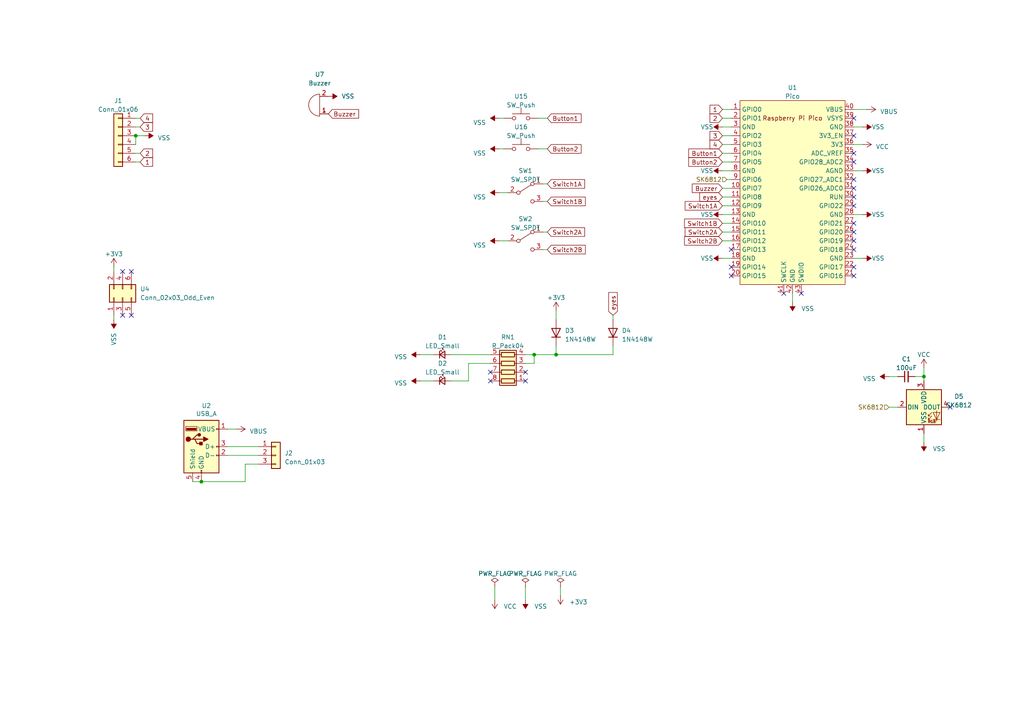
<source format=kicad_sch>
(kicad_sch (version 20220404) (generator eeschema)
  (paper "A4")
  (lib_symbols
    (symbol "Connector_Generic:Conn_01x03" (pin_names (offset 1.016) hide)
      (property "Reference" "J" (at 0 5.08 0))
      (property "Value" "Conn_01x03" (at 0 -5.08 0))
      (symbol "Conn_01x03_1_1"
        (rectangle (start -1.27 -2.413) (end 0 -2.667) (stroke (width 0.1524)))
        (rectangle (start -1.27 0.127) (end 0 -0.127) (stroke (width 0.1524)))
        (rectangle (start -1.27 2.667) (end 0 2.413) (stroke (width 0.1524)))
        (rectangle (start -1.27 3.81) (end 1.27 -3.81) (stroke (width 0.254)) (fill (type background)))
        (pin passive line (at -5.08 2.54 0) (length 3.81) (name "Pin_1") (number "1"))
        (pin passive line (at -5.08 0 0) (length 3.81) (name "Pin_2") (number "2"))
        (pin passive line (at -5.08 -2.54 0) (length 3.81) (name "Pin_3") (number "3"))
      )
    )
    (symbol "Connector_Generic:Conn_01x06" (pin_names (offset 1.016) hide)
      (property "Reference" "J" (at 0 7.62 0))
      (property "Value" "Conn_01x06" (at 0 -10.16 0))
      (symbol "Conn_01x06_1_1"
        (rectangle (start -1.27 -7.493) (end 0 -7.747) (stroke (width 0.1524)))
        (rectangle (start -1.27 -4.953) (end 0 -5.207) (stroke (width 0.1524)))
        (rectangle (start -1.27 -2.413) (end 0 -2.667) (stroke (width 0.1524)))
        (rectangle (start -1.27 0.127) (end 0 -0.127) (stroke (width 0.1524)))
        (rectangle (start -1.27 2.667) (end 0 2.413) (stroke (width 0.1524)))
        (rectangle (start -1.27 5.207) (end 0 4.953) (stroke (width 0.1524)))
        (rectangle (start -1.27 6.35) (end 1.27 -8.89) (stroke (width 0.254)) (fill (type background)))
        (pin passive line (at -5.08 5.08 0) (length 3.81) (name "Pin_1") (number "1"))
        (pin passive line (at -5.08 2.54 0) (length 3.81) (name "Pin_2") (number "2"))
        (pin passive line (at -5.08 0 0) (length 3.81) (name "Pin_3") (number "3"))
        (pin passive line (at -5.08 -2.54 0) (length 3.81) (name "Pin_4") (number "4"))
        (pin passive line (at -5.08 -5.08 0) (length 3.81) (name "Pin_5") (number "5"))
        (pin passive line (at -5.08 -7.62 0) (length 3.81) (name "Pin_6") (number "6"))
      )
    )
    (symbol "Connector_Generic:Conn_02x03_Odd_Even" (pin_names (offset 1.016) hide)
      (property "Reference" "J" (at 1.27 5.08 0))
      (property "Value" "Conn_02x03_Odd_Even" (at 1.27 -5.08 0))
      (symbol "Conn_02x03_Odd_Even_1_1"
        (rectangle (start -1.27 -2.413) (end 0 -2.667) (stroke (width 0.1524)))
        (rectangle (start -1.27 0.127) (end 0 -0.127) (stroke (width 0.1524)))
        (rectangle (start -1.27 2.667) (end 0 2.413) (stroke (width 0.1524)))
        (rectangle (start -1.27 3.81) (end 3.81 -3.81) (stroke (width 0.254)) (fill (type background)))
        (rectangle (start 3.81 -2.413) (end 2.54 -2.667) (stroke (width 0.1524)))
        (rectangle (start 3.81 0.127) (end 2.54 -0.127) (stroke (width 0.1524)))
        (rectangle (start 3.81 2.667) (end 2.54 2.413) (stroke (width 0.1524)))
        (pin passive line (at -5.08 2.54 0) (length 3.81) (name "Pin_1") (number "1"))
        (pin passive line (at 7.62 2.54 180) (length 3.81) (name "Pin_2") (number "2"))
        (pin passive line (at -5.08 0 0) (length 3.81) (name "Pin_3") (number "3"))
        (pin passive line (at 7.62 0 180) (length 3.81) (name "Pin_4") (number "4"))
        (pin passive line (at -5.08 -2.54 0) (length 3.81) (name "Pin_5") (number "5"))
        (pin passive line (at 7.62 -2.54 180) (length 3.81) (name "Pin_6") (number "6"))
      )
    )
    (symbol "Device:Buzzer" (pin_names (offset 0.0254) hide)
      (property "Reference" "BZ" (at 3.81 1.27 0))
      (property "Value" "Buzzer" (at 3.81 -1.27 0))
      (symbol "Buzzer_0_1"
        (arc (start 0 -3.175) (mid 3.175 0) (end 0 3.175))
        (polyline (pts (xy -1.651 1.905) (xy -1.143 1.905)))
        (polyline (pts (xy -1.397 2.159) (xy -1.397 1.651)))
        (polyline (pts (xy 0 3.175) (xy 0 -3.175)))
      )
      (symbol "Buzzer_1_1"
        (pin passive line (at -2.54 2.54 0) (length 2.54) (name "-") (number "1"))
        (pin passive line (at -2.54 -2.54 0) (length 2.54) (name "+") (number "2"))
      )
    )
    (symbol "Device:C_Small" (pin_numbers hide) (pin_names (offset 0.254) hide)
      (property "Reference" "C" (at 0.254 1.778 0))
      (property "Value" "C_Small" (at 0.254 -2.032 0))
      (symbol "C_Small_0_1"
        (polyline (pts (xy -1.524 -0.508) (xy 1.524 -0.508)) (stroke (width 0.3302)))
        (polyline (pts (xy -1.524 0.508) (xy 1.524 0.508)) (stroke (width 0.3048)))
      )
      (symbol "C_Small_1_1"
        (pin passive line (at 0 2.54 270) (length 2.032) (name "~") (number "1"))
        (pin passive line (at 0 -2.54 90) (length 2.032) (name "~") (number "2"))
      )
    )
    (symbol "Device:LED_Small" (pin_numbers hide) (pin_names (offset 0.254) hide)
      (property "Reference" "D" (at -1.27 3.175 0))
      (property "Value" "LED_Small" (at -4.445 -2.54 0))
      (symbol "LED_Small_0_1"
        (polyline (pts (xy -0.762 -1.016) (xy -0.762 1.016)) (stroke (width 0.254)))
        (polyline (pts (xy 1.016 0) (xy -0.762 0)))
        (polyline (pts (xy 0.762 -1.016) (xy -0.762 0) (xy 0.762 1.016) (xy 0.762 -1.016)) (stroke (width 0.254)))
        (polyline (pts (xy 0 0.762) (xy -0.508 1.27) (xy -0.254 1.27) (xy -0.508 1.27) (xy -0.508 1.016)))
        (polyline (pts (xy 0.508 1.27) (xy 0 1.778) (xy 0.254 1.778) (xy 0 1.778) (xy 0 1.524)))
      )
      (symbol "LED_Small_1_1"
        (pin passive line (at -2.54 0 0) (length 1.778) (name "K") (number "1"))
        (pin passive line (at 2.54 0 180) (length 1.778) (name "A") (number "2"))
      )
    )
    (symbol "Device:R_Pack04" (pin_names (offset 0) hide)
      (property "Reference" "RN" (at -7.62 0 90))
      (property "Value" "R_Pack04" (at 5.08 0 90))
      (symbol "R_Pack04_0_1"
        (rectangle (start -6.35 -2.413) (end 3.81 2.413) (stroke (width 0.254)) (fill (type background)))
        (rectangle (start -5.715 1.905) (end -4.445 -1.905) (stroke (width 0.254)))
        (rectangle (start -3.175 1.905) (end -1.905 -1.905) (stroke (width 0.254)))
        (rectangle (start -0.635 1.905) (end 0.635 -1.905) (stroke (width 0.254)))
        (polyline (pts (xy -5.08 -2.54) (xy -5.08 -1.905)))
        (polyline (pts (xy -5.08 1.905) (xy -5.08 2.54)))
        (polyline (pts (xy -2.54 -2.54) (xy -2.54 -1.905)))
        (polyline (pts (xy -2.54 1.905) (xy -2.54 2.54)))
        (polyline (pts (xy 0 -2.54) (xy 0 -1.905)))
        (polyline (pts (xy 0 1.905) (xy 0 2.54)))
        (polyline (pts (xy 2.54 -2.54) (xy 2.54 -1.905)))
        (polyline (pts (xy 2.54 1.905) (xy 2.54 2.54)))
        (rectangle (start 1.905 1.905) (end 3.175 -1.905) (stroke (width 0.254)))
      )
      (symbol "R_Pack04_1_1"
        (pin passive line (at -5.08 -5.08 90) (length 2.54) (name "R1.1") (number "1"))
        (pin passive line (at -2.54 -5.08 90) (length 2.54) (name "R2.1") (number "2"))
        (pin passive line (at 0 -5.08 90) (length 2.54) (name "R3.1") (number "3"))
        (pin passive line (at 2.54 -5.08 90) (length 2.54) (name "R4.1") (number "4"))
        (pin passive line (at 2.54 5.08 270) (length 2.54) (name "R4.2") (number "5"))
        (pin passive line (at 0 5.08 270) (length 2.54) (name "R3.2") (number "6"))
        (pin passive line (at -2.54 5.08 270) (length 2.54) (name "R2.2") (number "7"))
        (pin passive line (at -5.08 5.08 270) (length 2.54) (name "R1.2") (number "8"))
      )
    )
    (symbol "Diode:1N4148W" (pin_numbers hide) (pin_names (offset 1.016) hide)
      (property "Reference" "D" (at 0 2.54 0))
      (property "Value" "1N4148W" (at 0 -2.54 0))
      (symbol "1N4148W_0_1"
        (polyline (pts (xy -1.27 1.27) (xy -1.27 -1.27)) (stroke (width 0.254)))
        (polyline (pts (xy 1.27 0) (xy -1.27 0)))
        (polyline (pts (xy 1.27 1.27) (xy 1.27 -1.27) (xy -1.27 0) (xy 1.27 1.27)) (stroke (width 0.254)))
      )
      (symbol "1N4148W_1_1"
        (pin passive line (at -3.81 0 0) (length 2.54) (name "K") (number "1"))
        (pin passive line (at 3.81 0 180) (length 2.54) (name "A") (number "2"))
      )
    )
    (symbol "LED:SK6812" (pin_names (offset 0.254))
      (property "Reference" "D" (at 5.08 5.715 0))
      (property "Value" "SK6812" (at 1.27 -5.715 0))
      (symbol "SK6812_0_0"
        (text "RGB" (at 2.286 -4.191 0) (effects (font (size 0.762 0.762))))
      )
      (symbol "SK6812_0_1"
        (polyline (pts (xy 1.27 -3.556) (xy 1.778 -3.556)))
        (polyline (pts (xy 1.27 -2.54) (xy 1.778 -2.54)))
        (polyline (pts (xy 4.699 -3.556) (xy 2.667 -3.556)))
        (polyline (pts (xy 2.286 -2.54) (xy 1.27 -3.556) (xy 1.27 -3.048)))
        (polyline (pts (xy 2.286 -1.524) (xy 1.27 -2.54) (xy 1.27 -2.032)))
        (polyline (pts (xy 3.683 -1.016) (xy 3.683 -3.556) (xy 3.683 -4.064)))
        (polyline (pts (xy 4.699 -1.524) (xy 2.667 -1.524) (xy 3.683 -3.556) (xy 4.699 -1.524)))
        (rectangle (start 5.08 5.08) (end -5.08 -5.08) (stroke (width 0.254)) (fill (type background)))
      )
      (symbol "SK6812_1_1"
        (pin power_in line (at 0 -7.62 90) (length 2.54) (name "VSS") (number "1"))
        (pin input line (at -7.62 0 0) (length 2.54) (name "DIN") (number "2"))
        (pin power_in line (at 0 7.62 270) (length 2.54) (name "VDD") (number "3"))
        (pin output line (at 7.62 0 180) (length 2.54) (name "DOUT") (number "4"))
      )
    )
    (symbol "MCU_RaspberryPi_and_Boards:Pico"
      (property "Reference" "U" (at -13.97 27.94 0))
      (property "Value" "Pico" (at 0 19.05 0))
      (symbol "Pico_0_0"
        (text "Raspberry Pi Pico" (at 0 21.59 0) (effects (font (size 1.27 1.27))))
      )
      (symbol "Pico_0_1"
        (rectangle (start -15.24 26.67) (end 15.24 -26.67) (fill (type background)))
      )
      (symbol "Pico_1_1"
        (pin bidirectional line (at -17.78 24.13 0) (length 2.54) (name "GPIO0") (number "1"))
        (pin bidirectional line (at -17.78 1.27 0) (length 2.54) (name "GPIO7") (number "10"))
        (pin bidirectional line (at -17.78 -1.27 0) (length 2.54) (name "GPIO8") (number "11"))
        (pin bidirectional line (at -17.78 -3.81 0) (length 2.54) (name "GPIO9") (number "12"))
        (pin power_in line (at -17.78 -6.35 0) (length 2.54) (name "GND") (number "13"))
        (pin bidirectional line (at -17.78 -8.89 0) (length 2.54) (name "GPIO10") (number "14"))
        (pin bidirectional line (at -17.78 -11.43 0) (length 2.54) (name "GPIO11") (number "15"))
        (pin bidirectional line (at -17.78 -13.97 0) (length 2.54) (name "GPIO12") (number "16"))
        (pin bidirectional line (at -17.78 -16.51 0) (length 2.54) (name "GPIO13") (number "17"))
        (pin power_in line (at -17.78 -19.05 0) (length 2.54) (name "GND") (number "18"))
        (pin bidirectional line (at -17.78 -21.59 0) (length 2.54) (name "GPIO14") (number "19"))
        (pin bidirectional line (at -17.78 21.59 0) (length 2.54) (name "GPIO1") (number "2"))
        (pin bidirectional line (at -17.78 -24.13 0) (length 2.54) (name "GPIO15") (number "20"))
        (pin bidirectional line (at 17.78 -24.13 180) (length 2.54) (name "GPIO16") (number "21"))
        (pin bidirectional line (at 17.78 -21.59 180) (length 2.54) (name "GPIO17") (number "22"))
        (pin power_in line (at 17.78 -19.05 180) (length 2.54) (name "GND") (number "23"))
        (pin bidirectional line (at 17.78 -16.51 180) (length 2.54) (name "GPIO18") (number "24"))
        (pin bidirectional line (at 17.78 -13.97 180) (length 2.54) (name "GPIO19") (number "25"))
        (pin bidirectional line (at 17.78 -11.43 180) (length 2.54) (name "GPIO20") (number "26"))
        (pin bidirectional line (at 17.78 -8.89 180) (length 2.54) (name "GPIO21") (number "27"))
        (pin power_in line (at 17.78 -6.35 180) (length 2.54) (name "GND") (number "28"))
        (pin bidirectional line (at 17.78 -3.81 180) (length 2.54) (name "GPIO22") (number "29"))
        (pin power_in line (at -17.78 19.05 0) (length 2.54) (name "GND") (number "3"))
        (pin input line (at 17.78 -1.27 180) (length 2.54) (name "RUN") (number "30"))
        (pin bidirectional line (at 17.78 1.27 180) (length 2.54) (name "GPIO26_ADC0") (number "31"))
        (pin bidirectional line (at 17.78 3.81 180) (length 2.54) (name "GPIO27_ADC1") (number "32"))
        (pin power_in line (at 17.78 6.35 180) (length 2.54) (name "AGND") (number "33"))
        (pin bidirectional line (at 17.78 8.89 180) (length 2.54) (name "GPIO28_ADC2") (number "34"))
        (pin power_in line (at 17.78 11.43 180) (length 2.54) (name "ADC_VREF") (number "35"))
        (pin power_in line (at 17.78 13.97 180) (length 2.54) (name "3V3") (number "36"))
        (pin input line (at 17.78 16.51 180) (length 2.54) (name "3V3_EN") (number "37"))
        (pin bidirectional line (at 17.78 19.05 180) (length 2.54) (name "GND") (number "38"))
        (pin power_in line (at 17.78 21.59 180) (length 2.54) (name "VSYS") (number "39"))
        (pin bidirectional line (at -17.78 16.51 0) (length 2.54) (name "GPIO2") (number "4"))
        (pin power_in line (at 17.78 24.13 180) (length 2.54) (name "VBUS") (number "40"))
        (pin input line (at -2.54 -29.21 90) (length 2.54) (name "SWCLK") (number "41"))
        (pin power_in line (at 0 -29.21 90) (length 2.54) (name "GND") (number "42"))
        (pin bidirectional line (at 2.54 -29.21 90) (length 2.54) (name "SWDIO") (number "43"))
        (pin bidirectional line (at -17.78 13.97 0) (length 2.54) (name "GPIO3") (number "5"))
        (pin bidirectional line (at -17.78 11.43 0) (length 2.54) (name "GPIO4") (number "6"))
        (pin bidirectional line (at -17.78 8.89 0) (length 2.54) (name "GPIO5") (number "7"))
        (pin power_in line (at -17.78 6.35 0) (length 2.54) (name "GND") (number "8"))
        (pin bidirectional line (at -17.78 3.81 0) (length 2.54) (name "GPIO6") (number "9"))
      )
    )
    (symbol "PlasticFrog-rescue:USB_A-Connector" (pin_names (offset 1.016))
      (property "Reference" "J" (at -5.08 11.43 0))
      (property "Value" "USB_A-Connector" (at -5.08 8.89 0))
      (symbol "USB_A-Connector_0_1"
        (rectangle (start -5.08 -7.62) (end 5.08 7.62) (stroke (width 0.254)) (fill (type background)))
        (circle (center -3.81 2.159) (radius 0.635) (stroke (width 0.254)) (fill (type outline)))
        (rectangle (start -1.524 4.826) (end -4.318 5.334) (fill (type outline)))
        (rectangle (start -1.27 4.572) (end -4.572 5.842))
        (circle (center -0.635 3.429) (radius 0.381) (stroke (width 0.254)) (fill (type outline)))
        (rectangle (start -0.127 -7.62) (end 0.127 -6.858))
        (polyline (pts (xy -3.175 2.159) (xy -2.54 2.159) (xy -1.27 3.429) (xy -0.635 3.429)) (stroke (width 0.254)))
        (polyline (pts (xy -2.54 2.159) (xy -1.905 2.159) (xy -1.27 0.889) (xy 0 0.889)) (stroke (width 0.254)))
        (polyline (pts (xy 0.635 2.794) (xy 0.635 1.524) (xy 1.905 2.159) (xy 0.635 2.794)) (stroke (width 0.254)) (fill (type outline)))
        (rectangle (start 0.254 1.27) (end -0.508 0.508) (stroke (width 0.254)) (fill (type outline)))
        (rectangle (start 5.08 -2.667) (end 4.318 -2.413))
        (rectangle (start 5.08 -0.127) (end 4.318 0.127))
        (rectangle (start 5.08 4.953) (end 4.318 5.207))
      )
      (symbol "USB_A-Connector_1_1"
        (polyline (pts (xy -1.905 2.159) (xy 0.635 2.159)) (stroke (width 0.254)))
        (pin power_in line (at 7.62 5.08 180) (length 2.54) (name "VBUS") (number "1"))
        (pin passive line (at 7.62 -2.54 180) (length 2.54) (name "D-") (number "2"))
        (pin passive line (at 7.62 0 180) (length 2.54) (name "D+") (number "3"))
        (pin power_in line (at 0 -10.16 90) (length 2.54) (name "GND") (number "4"))
        (pin passive line (at -2.54 -10.16 90) (length 2.54) (name "Shield") (number "5"))
      )
    )
    (symbol "Switch:SW_Push" (pin_numbers hide) (pin_names (offset 1.016) hide)
      (property "Reference" "SW" (at 1.27 2.54 0))
      (property "Value" "SW_Push" (at 0 -1.524 0))
      (symbol "SW_Push_0_1"
        (circle (center -2.032 0) (radius 0.508))
        (polyline (pts (xy 0 1.27) (xy 0 3.048)))
        (polyline (pts (xy 2.54 1.27) (xy -2.54 1.27)))
        (circle (center 2.032 0) (radius 0.508))
        (pin passive line (at -5.08 0 0) (length 2.54) (name "1") (number "1"))
        (pin passive line (at 5.08 0 180) (length 2.54) (name "2") (number "2"))
      )
    )
    (symbol "Switch:SW_SPDT" (pin_names (offset 0) hide)
      (property "Reference" "SW" (at 0 4.318 0))
      (property "Value" "SW_SPDT" (at 0 -5.08 0))
      (symbol "SW_SPDT_0_0"
        (circle (center -2.032 0) (radius 0.508))
        (circle (center 2.032 -2.54) (radius 0.508))
      )
      (symbol "SW_SPDT_0_1"
        (polyline (pts (xy -1.524 0.254) (xy 1.651 2.286)))
        (circle (center 2.032 2.54) (radius 0.508))
      )
      (symbol "SW_SPDT_1_1"
        (pin passive line (at 5.08 2.54 180) (length 2.54) (name "A") (number "1"))
        (pin passive line (at -5.08 0 0) (length 2.54) (name "B") (number "2"))
        (pin passive line (at 5.08 -2.54 180) (length 2.54) (name "C") (number "3"))
      )
    )
    (symbol "power:+3V3" (power) (pin_names (offset 0))
      (property "Value" "+3V3" (at 0 3.556 0))
      (symbol "+3V3_0_1"
        (polyline (pts (xy -0.762 1.27) (xy 0 2.54)))
        (polyline (pts (xy 0 0) (xy 0 2.54)))
        (polyline (pts (xy 0 2.54) (xy 0.762 1.27)))
      )
      (symbol "+3V3_1_1"
        (pin power_in line (at 0 0 90) (length 0) hide (name "+3V3") (number "1"))
      )
    )
    (symbol "power:PWR_FLAG" (power) (pin_numbers hide) (pin_names (offset 0) hide)
      (property "Value" "PWR_FLAG" (at 0 3.81 0))
      (symbol "PWR_FLAG_0_0"
        (pin power_out line (at 0 0 90) (length 0) (name "pwr") (number "1"))
      )
      (symbol "PWR_FLAG_0_1"
        (polyline (pts (xy 0 0) (xy 0 1.27) (xy -1.016 1.905) (xy 0 2.54) (xy 1.016 1.905) (xy 0 1.27)))
      )
    )
    (symbol "power:VBUS" (power) (pin_names (offset 0))
      (property "Value" "VBUS" (at 0 3.81 0))
      (symbol "VBUS_0_1"
        (polyline (pts (xy -0.762 1.27) (xy 0 2.54)))
        (polyline (pts (xy 0 0) (xy 0 2.54)))
        (polyline (pts (xy 0 2.54) (xy 0.762 1.27)))
      )
      (symbol "VBUS_1_1"
        (pin power_in line (at 0 0 90) (length 0) hide (name "VBUS") (number "1"))
      )
    )
    (symbol "power:VCC" (power) (pin_names (offset 0))
      (property "Value" "VCC" (at 0 3.81 0))
      (symbol "VCC_0_1"
        (polyline (pts (xy -0.762 1.27) (xy 0 2.54)))
        (polyline (pts (xy 0 0) (xy 0 2.54)))
        (polyline (pts (xy 0 2.54) (xy 0.762 1.27)))
      )
      (symbol "VCC_1_1"
        (pin power_in line (at 0 0 90) (length 0) hide (name "VCC") (number "1"))
      )
    )
    (symbol "power:VSS" (power) (pin_names (offset 0))
      (property "Value" "VSS" (at 0 3.81 0))
      (symbol "VSS_0_1"
        (polyline (pts (xy 0 0) (xy 0 2.54)))
        (polyline (pts (xy 0.762 1.27) (xy -0.762 1.27) (xy 0 2.54) (xy 0.762 1.27)) (fill (type outline)))
      )
      (symbol "VSS_1_1"
        (pin power_in line (at 0 0 90) (length 0) hide (name "VSS") (number "1"))
      )
    )
  )
  (junction (at 154.94 102.87))
  (junction (at 58.42 139.7))
  (junction (at 39.37 39.37))
  (junction (at 161.29 102.87))
  (junction (at 267.97 109.22))
  (no_connect (at 227.33 85.09))
  (no_connect (at 232.41 85.09))
  (no_connect (at 275.59 118.11))
  (no_connect (at 212.09 72.39))
  (no_connect (at 247.65 69.85))
  (no_connect (at 247.65 72.39))
  (no_connect (at 247.65 67.31))
  (no_connect (at 247.65 64.77))
  (no_connect (at 212.09 80.01))
  (no_connect (at 247.65 59.69))
  (no_connect (at 247.65 57.15))
  (no_connect (at 212.09 77.47))
  (no_connect (at 247.65 80.01))
  (no_connect (at 247.65 77.47))
  (no_connect (at 247.65 54.61))
  (no_connect (at 247.65 52.07))
  (no_connect (at 247.65 39.37))
  (no_connect (at 247.65 46.99))
  (no_connect (at 247.65 44.45))
  (no_connect (at 247.65 34.29))
  (no_connect (at 142.24 107.95))
  (no_connect (at 142.24 110.49))
  (no_connect (at 152.4 110.49))
  (no_connect (at 152.4 107.95))
  (no_connect (at 38.1 78.74))
  (no_connect (at 35.56 78.74))
  (no_connect (at 35.56 91.44))
  (no_connect (at 38.1 91.44))
  (wire (pts (xy 177.8 102.87) (xy 161.29 102.87)))
  (wire (pts (xy 157.48 58.42) (xy 158.75 58.42)))
  (wire (pts (xy 157.48 53.34) (xy 158.75 53.34)))
  (wire (pts (xy 146.05 43.18) (xy 144.78 43.18)))
  (wire (pts (xy 177.8 100.33) (xy 177.8 102.87)))
  (wire (pts (xy 154.94 105.41) (xy 154.94 102.87)))
  (wire (pts (xy 130.81 110.49) (xy 135.89 110.49)))
  (wire (pts (xy 212.09 74.93) (xy 209.55 74.93)))
  (wire (pts (xy 58.42 139.7) (xy 71.12 139.7)))
  (wire (pts (xy 247.65 41.91) (xy 250.19 41.91)))
  (wire (pts (xy 39.37 34.29) (xy 40.64 34.29)))
  (wire (pts (xy 209.55 59.69) (xy 212.09 59.69)))
  (wire (pts (xy 158.75 43.18) (xy 156.21 43.18)))
  (wire (pts (xy 247.65 49.53) (xy 250.19 49.53)))
  (wire (pts (xy 267.97 125.73) (xy 267.97 128.27)))
  (wire (pts (xy 39.37 36.83) (xy 40.64 36.83)))
  (wire (pts (xy 152.4 102.87) (xy 154.94 102.87)))
  (wire (pts (xy 144.78 55.88) (xy 147.32 55.88)))
  (wire (pts (xy 39.37 39.37) (xy 41.91 39.37)))
  (wire (pts (xy 152.4 170.18) (xy 152.4 173.99)))
  (wire (pts (xy 130.81 102.87) (xy 142.24 102.87)))
  (wire (pts (xy 267.97 109.22) (xy 267.97 106.68)))
  (wire (pts (xy 247.65 74.93) (xy 250.19 74.93)))
  (wire (pts (xy 229.87 85.09) (xy 229.87 87.63)))
  (wire (pts (xy 247.65 62.23) (xy 250.19 62.23)))
  (wire (pts (xy 135.89 110.49) (xy 135.89 105.41)))
  (wire (pts (xy 158.75 34.29) (xy 156.21 34.29)))
  (wire (pts (xy 209.55 67.31) (xy 212.09 67.31)))
  (wire (pts (xy 257.81 118.11) (xy 260.35 118.11)))
  (wire (pts (xy 121.92 102.87) (xy 125.73 102.87)))
  (wire (pts (xy 39.37 46.99) (xy 40.64 46.99)))
  (wire (pts (xy 177.8 91.44) (xy 177.8 92.71)))
  (wire (pts (xy 247.65 36.83) (xy 250.19 36.83)))
  (wire (pts (xy 209.55 54.61) (xy 212.09 54.61)))
  (wire (pts (xy 209.55 46.99) (xy 212.09 46.99)))
  (wire (pts (xy 257.81 109.22) (xy 260.35 109.22)))
  (wire (pts (xy 39.37 44.45) (xy 40.64 44.45)))
  (wire (pts (xy 212.09 49.53) (xy 209.55 49.53)))
  (wire (pts (xy 212.09 31.75) (xy 209.55 31.75)))
  (wire (pts (xy 39.37 39.37) (xy 39.37 41.91)))
  (wire (pts (xy 55.88 139.7) (xy 58.42 139.7)))
  (wire (pts (xy 66.04 132.08) (xy 74.93 132.08)))
  (wire (pts (xy 162.56 170.18) (xy 162.56 172.72)))
  (wire (pts (xy 157.48 72.39) (xy 158.75 72.39)))
  (wire (pts (xy 267.97 109.22) (xy 267.97 110.49)))
  (wire (pts (xy 144.78 69.85) (xy 147.32 69.85)))
  (wire (pts (xy 212.09 34.29) (xy 209.55 34.29)))
  (wire (pts (xy 210.82 52.07) (xy 212.09 52.07)))
  (wire (pts (xy 161.29 100.33) (xy 161.29 102.87)))
  (wire (pts (xy 212.09 44.45) (xy 209.55 44.45)))
  (wire (pts (xy 212.09 62.23) (xy 209.55 62.23)))
  (wire (pts (xy 212.09 39.37) (xy 209.55 39.37)))
  (wire (pts (xy 33.02 77.47) (xy 33.02 78.74)))
  (wire (pts (xy 143.51 170.18) (xy 143.51 173.99)))
  (wire (pts (xy 212.09 36.83) (xy 209.55 36.83)))
  (wire (pts (xy 71.12 139.7) (xy 71.12 134.62)))
  (wire (pts (xy 154.94 102.87) (xy 161.29 102.87)))
  (wire (pts (xy 265.43 109.22) (xy 267.97 109.22)))
  (wire (pts (xy 247.65 31.75) (xy 251.46 31.75)))
  (wire (pts (xy 66.04 124.46) (xy 68.58 124.46)))
  (wire (pts (xy 146.05 34.29) (xy 144.78 34.29)))
  (wire (pts (xy 152.4 105.41) (xy 154.94 105.41)))
  (wire (pts (xy 212.09 41.91) (xy 209.55 41.91)))
  (wire (pts (xy 161.29 90.17) (xy 161.29 92.71)))
  (wire (pts (xy 33.02 91.44) (xy 33.02 92.71)))
  (wire (pts (xy 157.48 67.31) (xy 158.75 67.31)))
  (wire (pts (xy 209.55 64.77) (xy 212.09 64.77)))
  (wire (pts (xy 71.12 134.62) (xy 74.93 134.62)))
  (wire (pts (xy 209.55 69.85) (xy 212.09 69.85)))
  (wire (pts (xy 66.04 129.54) (xy 74.93 129.54)))
  (wire (pts (xy 209.55 57.15) (xy 212.09 57.15)))
  (wire (pts (xy 135.89 105.41) (xy 142.24 105.41)))
  (wire (pts (xy 121.92 110.49) (xy 125.73 110.49)))
  (global_label "Switch1B" (shape input) (at 209.55 64.77 180) (property "Intersheetrefs" "${INTERSHEET_REFS}" (effects hide)))
  (global_label "3" (shape input) (at 209.55 39.37 180) (property "Intersheetrefs" "${INTERSHEET_REFS}" (effects hide)))
  (global_label "2" (shape input) (at 209.55 34.29 180) (property "Intersheetrefs" "${INTERSHEET_REFS}" (effects hide)))
  (global_label "3" (shape input) (at 40.64 36.83 0) (property "Intersheetrefs" "${INTERSHEET_REFS}" (effects hide)))
  (global_label "Switch2B" (shape input) (at 209.55 69.85 180) (property "Intersheetrefs" "${INTERSHEET_REFS}" (effects hide)))
  (global_label "Switch2B" (shape input) (at 158.75 72.39 0) (property "Intersheetrefs" "${INTERSHEET_REFS}" (effects hide)))
  (global_label "Button2" (shape input) (at 209.55 46.99 180) (property "Intersheet References" "${INTERSHEET_REFS}" (effects hide)))
  (global_label "1" (shape input) (at 209.55 31.75 180) (property "Intersheetrefs" "${INTERSHEET_REFS}" (effects hide)))
  (global_label "Buzzer" (shape input) (at 209.55 54.61 180) (property "Intersheet References" "${INTERSHEET_REFS}" (effects hide)))
  (global_label "4" (shape input) (at 40.64 34.29 0) (property "Intersheetrefs" "${INTERSHEET_REFS}" (effects hide)))
  (global_label "Switch2A" (shape input) (at 158.75 67.31 0) (property "Intersheetrefs" "${INTERSHEET_REFS}" (effects hide)))
  (global_label "Switch1A" (shape input) (at 209.55 59.69 180) (property "Intersheetrefs" "${INTERSHEET_REFS}" (effects hide)))
  (global_label "Button2" (shape input) (at 158.75 43.18 0) (property "Intersheet References" "${INTERSHEET_REFS}" (effects hide)))
  (global_label "Switch1A" (shape input) (at 158.75 53.34 0) (property "Intersheetrefs" "${INTERSHEET_REFS}" (effects hide)))
  (global_label "Button1" (shape input) (at 158.75 34.29 0) (property "Intersheet References" "${INTERSHEET_REFS}" (effects hide)))
  (global_label "4" (shape input) (at 209.55 41.91 180) (property "Intersheetrefs" "${INTERSHEET_REFS}" (effects hide)))
  (global_label "2" (shape input) (at 40.64 44.45 0) (property "Intersheetrefs" "${INTERSHEET_REFS}" (effects hide)))
  (global_label "Buzzer" (shape input) (at 95.25 33.02 0) (property "Intersheet References" "${INTERSHEET_REFS}" (effects hide)))
  (global_label "Button1" (shape input) (at 209.55 44.45 180) (property "Intersheet References" "${INTERSHEET_REFS}" (effects hide)))
  (global_label "Switch2A" (shape input) (at 209.55 67.31 180) (property "Intersheetrefs" "${INTERSHEET_REFS}" (effects hide)))
  (global_label "eyes" (shape input) (at 209.55 57.15 180) (property "Intersheetrefs" "${INTERSHEET_REFS}" (effects hide)))
  (global_label "eyes" (shape input) (at 177.8 91.44 90) (property "Intersheetrefs" "${INTERSHEET_REFS}" (effects hide)))
  (global_label "Switch1B" (shape input) (at 158.75 58.42 0) (property "Intersheetrefs" "${INTERSHEET_REFS}" (effects hide)))
  (global_label "1" (shape input) (at 40.64 46.99 0) (property "Intersheetrefs" "${INTERSHEET_REFS}" (effects hide)))
  (hierarchical_label "SK6812" (shape input) (at 210.82 52.07 180))
  (hierarchical_label "SK6812" (shape input) (at 257.81 118.11 180))
  (symbol (lib_id "LED:SK6812") (at 267.97 118.11 0) (unit 1)
    (default_instance (reference "D") (unit 1) (value "SK6812") (footprint "LED_SMD:LED_SK6812_PLCC4_5.0x5.0mm_P3.2mm"))
    (property "Reference" "D5" (at 278.13 114.9859 0))
    (property "Value" "SK6812" (at 278.13 117.5259 0))
    (property "Footprint" "LED_SMD:LED_SK6812_PLCC4_5.0x5.0mm_P3.2mm" (effects hide))
    (property "Datasheet" "https://cdn-shop.adafruit.com/product-files/1138/SK6812+LED+datasheet+.pdf" (effects hide))
  )
  (symbol (lib_id "Connector_Generic:Conn_01x06") (at 34.29 39.37 0) (mirror y) (unit 1)
    (default_instance (reference "J") (unit 1) (value "Conn_01x06") (footprint ""))
    (property "Reference" "J1" (at 34.29 29.21 0))
    (property "Value" "Conn_01x06" (at 34.29 31.75 0))
    (property "Footprint" "ThingAAskAskedFor:MK-14C01-G2 SP4T Switch" (effects hide))
  )
  (symbol (lib_id "power:VBUS") (at 68.58 124.46 270) (unit 1)
    (default_instance (reference "#PWR") (unit 1) (value "VBUS") (footprint ""))
    (property "Reference" "#PWR018" (effects hide))
    (property "Value" "VBUS" (at 72.39 125.095 90) (effects (justify left)))
  )
  (symbol (lib_id "power:VSS") (at 144.78 69.85 90) (mirror x) (unit 1)
    (default_instance (reference "U") (unit 1) (value "") (footprint ""))
    (property "Reference" "#U0101" (effects hide))
    (property "Value" "VSS" (at 140.97 71.12 90) (effects (justify left)))
  )
  (symbol (lib_id "power:VSS") (at 41.91 39.37 270) (unit 1)
    (default_instance (reference "#PWR") (unit 1) (value "VSS") (footprint ""))
    (property "Reference" "#PWR03" (effects hide))
    (property "Value" "VSS" (at 45.72 40.005 90) (effects (justify left)))
  )
  (symbol (lib_id "Switch:SW_Push") (at 151.13 34.29 0) (mirror y) (unit 1)
    (default_instance (reference "U") (unit 1) (value "") (footprint ""))
    (property "Reference" "U15" (at 151.13 27.94 0))
    (property "Value" "SW_Push" (at 151.13 30.48 0))
    (property "Footprint" "Button_Switch_SMD:SW_SPST_SKQG_WithoutStem" (effects hide))
  )
  (symbol (lib_id "power:VCC") (at 250.19 41.91 270) (unit 1)
    (default_instance (reference "#PWR") (unit 1) (value "VCC") (footprint ""))
    (property "Reference" "#PWR0101" (effects hide))
    (property "Value" "VCC" (at 254 42.545 90) (effects (justify left)))
  )
  (symbol (lib_id "MCU_RaspberryPi_and_Boards:Pico") (at 229.87 55.88 0) (unit 1)
    (default_instance (reference "U") (unit 1) (value "Pico") (footprint "RPi_Pico:RPi_Pico_SMD_TH"))
    (property "Reference" "U1" (at 229.87 25.4 0))
    (property "Value" "Pico" (at 229.87 27.94 0))
    (property "Footprint" "MCU_RaspberryPi_and_Boards:RPi_Pico_SMD_TH" (effects hide))
  )
  (symbol (lib_id "power:VSS") (at 209.55 49.53 90) (unit 1)
    (default_instance (reference "#PWR") (unit 1) (value "VSS") (footprint ""))
    (property "Reference" "#PWR04" (effects hide))
    (property "Value" "VSS" (at 203.2 49.53 90) (effects (justify right)))
  )
  (symbol (lib_id "power:+3V3") (at 162.56 172.72 180) (unit 1)
    (default_instance (reference "#PWR") (unit 1) (value "+3V3") (footprint ""))
    (property "Reference" "#PWR0102" (effects hide))
    (property "Value" "+3V3" (at 165.1 174.625 0) (effects (justify right)))
  )
  (symbol (lib_id "Switch:SW_Push") (at 151.13 43.18 0) (mirror y) (unit 1)
    (default_instance (reference "U") (unit 1) (value "") (footprint ""))
    (property "Reference" "U16" (at 151.13 36.83 0))
    (property "Value" "SW_Push" (at 151.13 39.37 0))
    (property "Footprint" "Button_Switch_SMD:SW_SPST_SKQG_WithoutStem" (effects hide))
  )
  (symbol (lib_id "power:VSS") (at 144.78 55.88 90) (mirror x) (unit 1)
    (default_instance (reference "U") (unit 1) (value "") (footprint ""))
    (property "Reference" "#U02" (effects hide))
    (property "Value" "VSS" (at 140.97 57.15 90) (effects (justify left)))
  )
  (symbol (lib_id "power:VSS") (at 229.87 87.63 180) (unit 1)
    (default_instance (reference "#PWR") (unit 1) (value "VSS") (footprint ""))
    (property "Reference" "#PWR07" (effects hide))
    (property "Value" "VSS" (at 232.41 89.535 0) (effects (justify right)))
  )
  (symbol (lib_id "power:VSS") (at 209.55 74.93 90) (unit 1)
    (default_instance (reference "#PWR") (unit 1) (value "VSS") (footprint ""))
    (property "Reference" "#PWR06" (effects hide))
    (property "Value" "VSS" (at 203.2 74.93 90) (effects (justify right)))
  )
  (symbol (lib_id "power:VCC") (at 143.51 173.99 180) (unit 1)
    (default_instance (reference "#PWR") (unit 1) (value "VCC") (footprint ""))
    (property "Reference" "#PWR0104" (effects hide))
    (property "Value" "VCC" (at 146.05 175.895 0) (effects (justify right)))
  )
  (symbol (lib_id "Device:Buzzer") (at 92.71 30.48 180) (unit 1)
    (default_instance (reference "U") (unit 1) (value "") (footprint ""))
    (property "Reference" "U7" (at 92.71 21.59 0))
    (property "Value" "Buzzer" (at 92.71 24.13 0))
    (property "Footprint" "Bsides22:FUET-9032-Buzzer" (effects hide))
  )
  (symbol (lib_id "power:VSS") (at 250.19 74.93 270) (unit 1)
    (default_instance (reference "#PWR") (unit 1) (value "VSS") (footprint ""))
    (property "Reference" "#PWR011" (effects hide))
    (property "Value" "VSS" (at 256.54 74.93 90) (effects (justify right)))
  )
  (symbol (lib_id "power:VSS") (at 209.55 62.23 90) (unit 1)
    (default_instance (reference "#PWR") (unit 1) (value "VSS") (footprint ""))
    (property "Reference" "#PWR05" (effects hide))
    (property "Value" "VSS" (at 203.2 62.23 90) (effects (justify right)))
  )
  (symbol (lib_id "power:VSS") (at 250.19 36.83 270) (unit 1)
    (default_instance (reference "#PWR") (unit 1) (value "VSS") (footprint ""))
    (property "Reference" "#PWR08" (effects hide))
    (property "Value" "VSS" (at 256.54 36.83 90) (effects (justify right)))
  )
  (symbol (lib_id "power:PWR_FLAG") (at 152.4 170.18 0) (unit 1)
    (default_instance (reference "#FLG") (unit 1) (value "PWR_FLAG") (footprint ""))
    (property "Reference" "#FLG0102" (effects hide))
    (property "Value" "PWR_FLAG" (at 152.4 166.37 0))
  )
  (symbol (lib_id "Device:R_Pack04") (at 147.32 105.41 90) (unit 1)
    (default_instance (reference "RN") (unit 1) (value "R_Pack04") (footprint ""))
    (property "Reference" "RN1" (at 147.32 97.79 90))
    (property "Value" "R_Pack04" (at 147.32 100.33 90))
    (property "Footprint" "Resistor_SMD:R_Array_Convex_4x0603" (effects hide))
  )
  (symbol (lib_id "Connector_Generic:Conn_02x03_Odd_Even") (at 35.56 86.36 90) (unit 1)
    (default_instance (reference "U") (unit 1) (value "") (footprint ""))
    (property "Reference" "U4" (at 40.64 83.82 90) (effects (justify right)))
    (property "Value" "Conn_02x03_Odd_Even" (at 40.64 86.36 90) (effects (justify right)))
    (property "Footprint" "Connector_PinHeader_2.54mm:PinHeader_2x03_P2.54mm_Vertical" (effects hide))
  )
  (symbol (lib_id "Switch:SW_SPDT") (at 152.4 69.85 0) (unit 1)
    (default_instance (reference "SW") (unit 1) (value "SW_SPDT") (footprint ""))
    (property "Reference" "SW2" (at 152.4 63.5 0))
    (property "Value" "SW_SPDT" (at 152.4 66.04 0))
    (property "Footprint" "BadgePirates:SW_SPDT_PCM12" (effects hide))
  )
  (symbol (lib_id "power:VSS") (at 250.19 49.53 270) (unit 1)
    (default_instance (reference "#PWR") (unit 1) (value "VSS") (footprint ""))
    (property "Reference" "#PWR09" (effects hide))
    (property "Value" "VSS" (at 256.54 49.53 90) (effects (justify right)))
  )
  (symbol (lib_id "power:PWR_FLAG") (at 162.56 170.18 0) (unit 1)
    (default_instance (reference "#FLG") (unit 1) (value "PWR_FLAG") (footprint ""))
    (property "Reference" "#FLG0101" (effects hide))
    (property "Value" "PWR_FLAG" (at 162.56 166.37 0))
  )
  (symbol (lib_id "power:VBUS") (at 251.46 31.75 270) (unit 1)
    (default_instance (reference "#PWR") (unit 1) (value "VBUS") (footprint ""))
    (property "Reference" "#PWR019" (effects hide))
    (property "Value" "VBUS" (at 255.27 32.385 90) (effects (justify left)))
  )
  (symbol (lib_id "power:VSS") (at 121.92 110.49 90) (unit 1)
    (default_instance (reference "#PWR") (unit 1) (value "VSS") (footprint ""))
    (property "Reference" "#PWR013" (effects hide))
    (property "Value" "VSS" (at 118.11 111.125 90) (effects (justify left)))
  )
  (symbol (lib_id "Diode:1N4148W") (at 177.8 96.52 90) (unit 1)
    (default_instance (reference "D") (unit 1) (value "1N4148W") (footprint "Diode_SMD:D_SOD-123"))
    (property "Reference" "D4" (at 180.34 95.885 90) (effects (justify right)))
    (property "Value" "1N4148W" (at 180.34 98.425 90) (effects (justify right)))
    (property "Footprint" "Diode_SMD:D_SOD-123" (effects hide))
    (property "Datasheet" "https://www.vishay.com/docs/85748/1n4148w.pdf" (effects hide))
  )
  (symbol (lib_id "power:VSS") (at 267.97 128.27 180) (unit 1)
    (default_instance (reference "#PWR") (unit 1) (value "VSS") (footprint ""))
    (property "Reference" "#PWR017" (effects hide))
    (property "Value" "VSS" (at 270.51 130.175 0) (effects (justify right)))
  )
  (symbol (lib_id "Diode:1N4148W") (at 161.29 96.52 90) (unit 1)
    (default_instance (reference "D") (unit 1) (value "1N4148W") (footprint "Diode_SMD:D_SOD-123"))
    (property "Reference" "D3" (at 163.83 95.885 90) (effects (justify right)))
    (property "Value" "1N4148W" (at 163.83 98.425 90) (effects (justify right)))
    (property "Footprint" "Diode_SMD:D_SOD-123" (effects hide))
    (property "Datasheet" "https://www.vishay.com/docs/85748/1n4148w.pdf" (effects hide))
  )
  (symbol (lib_id "power:VSS") (at 121.92 102.87 90) (unit 1)
    (default_instance (reference "#PWR") (unit 1) (value "VSS") (footprint ""))
    (property "Reference" "#PWR012" (effects hide))
    (property "Value" "VSS" (at 118.11 103.505 90) (effects (justify left)))
  )
  (symbol (lib_id "Switch:SW_SPDT") (at 152.4 55.88 0) (unit 1)
    (default_instance (reference "SW") (unit 1) (value "SW_SPDT") (footprint ""))
    (property "Reference" "SW1" (at 152.4 49.53 0))
    (property "Value" "SW_SPDT" (at 152.4 52.07 0))
    (property "Footprint" "BadgePirates:SW_SPDT_PCM12" (effects hide))
  )
  (symbol (lib_id "PlasticFrog-rescue:USB_A-Connector") (at 58.42 129.54 0) (unit 1)
    (default_instance (reference "U") (unit 1) (value "") (footprint ""))
    (property "Reference" "U2" (at 59.8678 117.6782 0))
    (property "Value" "USB_A" (at 59.8678 119.9896 0))
    (property "Footprint" "Connector_USB:USB_A_CNCTech_1001-011-01101_Horizontal" (effects hide))
    (property "Datasheet" " ~" (effects hide))
  )
  (symbol (lib_id "power:VSS") (at 250.19 62.23 270) (unit 1)
    (default_instance (reference "#PWR") (unit 1) (value "VSS") (footprint ""))
    (property "Reference" "#PWR010" (effects hide))
    (property "Value" "VSS" (at 256.54 62.23 90) (effects (justify right)))
  )
  (symbol (lib_id "power:+3V3") (at 33.02 77.47 0) (unit 1)
    (default_instance (reference "#PWR") (unit 1) (value "+3V3") (footprint ""))
    (property "Reference" "#PWR02" (effects hide))
    (property "Value" "+3V3" (at 33.02 73.66 0))
  )
  (symbol (lib_id "power:VSS") (at 95.25 27.94 270) (unit 1)
    (default_instance (reference "U") (unit 1) (value "") (footprint ""))
    (property "Reference" "#U011" (effects hide))
    (property "Value" "VSS" (at 99.06 27.94 90) (effects (justify left)))
  )
  (symbol (lib_id "power:VSS") (at 33.02 92.71 180) (unit 1)
    (default_instance (reference "U") (unit 1) (value "") (footprint ""))
    (property "Reference" "#U03" (effects hide))
    (property "Value" "VSS" (at 33.02 96.52 90) (effects (justify left)))
  )
  (symbol (lib_id "power:VSS") (at 152.4 173.99 180) (unit 1)
    (default_instance (reference "#PWR") (unit 1) (value "VSS") (footprint ""))
    (property "Reference" "#PWR0103" (effects hide))
    (property "Value" "VSS" (at 154.94 175.895 0) (effects (justify right)))
  )
  (symbol (lib_id "Connector_Generic:Conn_01x03") (at 80.01 132.08 0) (unit 1)
    (default_instance (reference "J") (unit 1) (value "Conn_01x03") (footprint ""))
    (property "Reference" "J2" (at 82.55 131.445 0) (effects (justify left)))
    (property "Value" "Conn_01x03" (at 82.55 133.985 0) (effects (justify left)))
  )
  (symbol (lib_id "power:VSS") (at 257.81 109.22 90) (unit 1)
    (default_instance (reference "#PWR") (unit 1) (value "VSS") (footprint ""))
    (property "Reference" "#PWR015" (effects hide))
    (property "Value" "VSS" (at 254 109.855 90) (effects (justify left)))
  )
  (symbol (lib_id "power:VCC") (at 267.97 106.68 0) (unit 1)
    (default_instance (reference "#PWR") (unit 1) (value "VCC") (footprint ""))
    (property "Reference" "#PWR016" (effects hide))
    (property "Value" "VCC" (at 267.97 102.87 0))
  )
  (symbol (lib_id "Device:C_Small") (at 262.89 109.22 90) (unit 1)
    (default_instance (reference "C") (unit 1) (value "C_Small") (footprint ""))
    (property "Reference" "C1" (at 262.8963 104.14 90))
    (property "Value" "100uF" (at 262.8963 106.68 90))
    (property "Footprint" "Capacitor_SMD:C_0805_2012Metric" (effects hide))
  )
  (symbol (lib_id "Device:LED_Small") (at 128.27 102.87 0) (unit 1)
    (default_instance (reference "D") (unit 1) (value "LED_Small") (footprint ""))
    (property "Reference" "D1" (at 128.3335 97.79 0))
    (property "Value" "LED_Small" (at 128.3335 100.33 0))
    (property "Footprint" "Dragos:T776-ReverseMountLED" (effects hide))
  )
  (symbol (lib_id "power:VSS") (at 144.78 34.29 90) (mirror x) (unit 1)
    (default_instance (reference "U") (unit 1) (value "") (footprint ""))
    (property "Reference" "#U013" (effects hide))
    (property "Value" "VSS" (at 140.97 35.56 90) (effects (justify left)))
  )
  (symbol (lib_id "power:VSS") (at 144.78 43.18 90) (mirror x) (unit 1)
    (default_instance (reference "U") (unit 1) (value "") (footprint ""))
    (property "Reference" "#U014" (effects hide))
    (property "Value" "VSS" (at 140.97 44.45 90) (effects (justify left)))
  )
  (symbol (lib_id "power:VSS") (at 209.55 36.83 90) (unit 1)
    (default_instance (reference "#PWR") (unit 1) (value "VSS") (footprint ""))
    (property "Reference" "#PWR01" (effects hide))
    (property "Value" "VSS" (at 203.2 36.83 90) (effects (justify right)))
  )
  (symbol (lib_id "power:+3V3") (at 161.29 90.17 0) (unit 1)
    (default_instance (reference "#PWR") (unit 1) (value "+3V3") (footprint ""))
    (property "Reference" "#PWR014" (effects hide))
    (property "Value" "+3V3" (at 161.29 86.36 0))
  )
  (symbol (lib_id "power:PWR_FLAG") (at 143.51 170.18 0) (unit 1)
    (default_instance (reference "#FLG") (unit 1) (value "PWR_FLAG") (footprint ""))
    (property "Reference" "#FLG0103" (effects hide))
    (property "Value" "PWR_FLAG" (at 143.51 166.37 0))
  )
  (symbol (lib_id "Device:LED_Small") (at 128.27 110.49 0) (unit 1)
    (default_instance (reference "D") (unit 1) (value "LED_Small") (footprint ""))
    (property "Reference" "D2" (at 128.3335 105.41 0))
    (property "Value" "LED_Small" (at 128.3335 107.95 0))
    (property "Footprint" "Dragos:T776-ReverseMountLED" (effects hide))
  )
)
</source>
